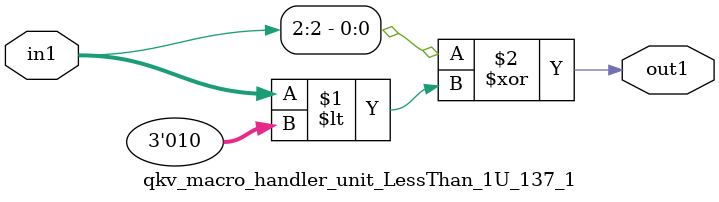
<source format=v>

`timescale 1ps / 1ps


module qkv_macro_handler_unit_LessThan_1U_137_1( in1, out1 );

    input [2:0] in1;
    output out1;

    
    // rtl_process:qkv_macro_handler_unit_LessThan_1U_137_1/qkv_macro_handler_unit_LessThan_1U_137_1_thread_1
    assign out1 = (in1[2] ^ in1 < 3'd2);

endmodule



</source>
